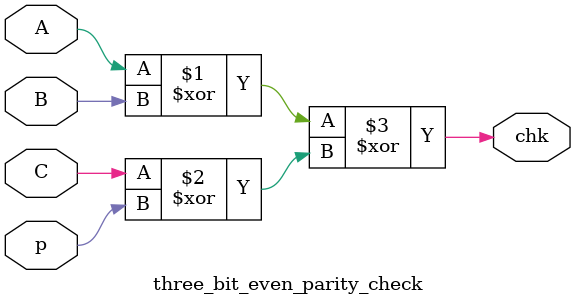
<source format=v>
module three_bit_even_parity_check(p,A,B,C,chk);
input A,B,C,p;
output chk;
assign chk=(A^B)^(C^p);
endmodule
`timescale 1ns/1ps
//module parity_tb;
//reg A,B,C,p;
//wire chk;
//three_bit_even_parity_generator UUT(.p(p),.A(A),.B(B),.C(C),.chk(chk));
//initial begin
//	A=0;B=0;C=0;p=1;
//	#10;
//	A=1;B=0;C=0;p=1;
//	#10;
//	A=0;B=1;C=1;p=0;
//	#10;
//	A=1;B=1;C=1;p=1;
//	#10;
//	A=0;B=0;C=1;p=0;
//	#10;
//end 
//endmodule

</source>
